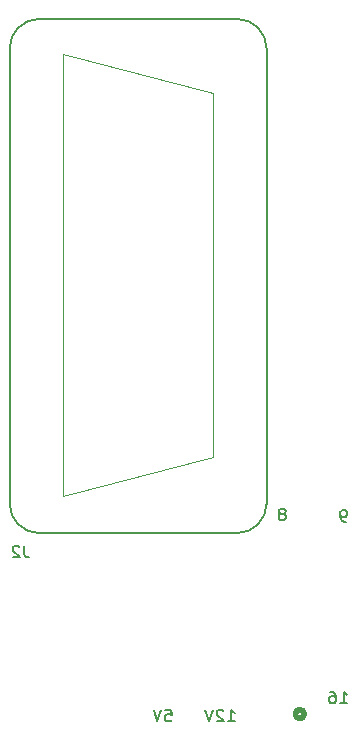
<source format=gbr>
%TF.GenerationSoftware,KiCad,Pcbnew,8.0.7*%
%TF.CreationDate,2025-07-29T20:25:38-07:00*%
%TF.ProjectId,V2.7-Connector-board,56322e37-2d43-46f6-9e6e-6563746f722d,rev?*%
%TF.SameCoordinates,Original*%
%TF.FileFunction,Legend,Bot*%
%TF.FilePolarity,Positive*%
%FSLAX46Y46*%
G04 Gerber Fmt 4.6, Leading zero omitted, Abs format (unit mm)*
G04 Created by KiCad (PCBNEW 8.0.7) date 2025-07-29 20:25:38*
%MOMM*%
%LPD*%
G01*
G04 APERTURE LIST*
%ADD10C,0.150000*%
%ADD11C,0.508000*%
%ADD12C,0.200000*%
%ADD13C,0.120000*%
G04 APERTURE END LIST*
D10*
X143125601Y-67814819D02*
X142935125Y-67814819D01*
X142935125Y-67814819D02*
X142839887Y-67767200D01*
X142839887Y-67767200D02*
X142792268Y-67719580D01*
X142792268Y-67719580D02*
X142697030Y-67576723D01*
X142697030Y-67576723D02*
X142649411Y-67386247D01*
X142649411Y-67386247D02*
X142649411Y-67005295D01*
X142649411Y-67005295D02*
X142697030Y-66910057D01*
X142697030Y-66910057D02*
X142744649Y-66862438D01*
X142744649Y-66862438D02*
X142839887Y-66814819D01*
X142839887Y-66814819D02*
X143030363Y-66814819D01*
X143030363Y-66814819D02*
X143125601Y-66862438D01*
X143125601Y-66862438D02*
X143173220Y-66910057D01*
X143173220Y-66910057D02*
X143220839Y-67005295D01*
X143220839Y-67005295D02*
X143220839Y-67243390D01*
X143220839Y-67243390D02*
X143173220Y-67338628D01*
X143173220Y-67338628D02*
X143125601Y-67386247D01*
X143125601Y-67386247D02*
X143030363Y-67433866D01*
X143030363Y-67433866D02*
X142839887Y-67433866D01*
X142839887Y-67433866D02*
X142744649Y-67386247D01*
X142744649Y-67386247D02*
X142697030Y-67338628D01*
X142697030Y-67338628D02*
X142649411Y-67243390D01*
X142649411Y-83181819D02*
X143220839Y-83181819D01*
X142935125Y-83181819D02*
X142935125Y-82181819D01*
X142935125Y-82181819D02*
X143030363Y-82324676D01*
X143030363Y-82324676D02*
X143125601Y-82419914D01*
X143125601Y-82419914D02*
X143220839Y-82467533D01*
X141792268Y-82181819D02*
X141982744Y-82181819D01*
X141982744Y-82181819D02*
X142077982Y-82229438D01*
X142077982Y-82229438D02*
X142125601Y-82277057D01*
X142125601Y-82277057D02*
X142220839Y-82419914D01*
X142220839Y-82419914D02*
X142268458Y-82610390D01*
X142268458Y-82610390D02*
X142268458Y-82991342D01*
X142268458Y-82991342D02*
X142220839Y-83086580D01*
X142220839Y-83086580D02*
X142173220Y-83134200D01*
X142173220Y-83134200D02*
X142077982Y-83181819D01*
X142077982Y-83181819D02*
X141887506Y-83181819D01*
X141887506Y-83181819D02*
X141792268Y-83134200D01*
X141792268Y-83134200D02*
X141744649Y-83086580D01*
X141744649Y-83086580D02*
X141697030Y-82991342D01*
X141697030Y-82991342D02*
X141697030Y-82753247D01*
X141697030Y-82753247D02*
X141744649Y-82658009D01*
X141744649Y-82658009D02*
X141792268Y-82610390D01*
X141792268Y-82610390D02*
X141887506Y-82562771D01*
X141887506Y-82562771D02*
X142077982Y-82562771D01*
X142077982Y-82562771D02*
X142173220Y-82610390D01*
X142173220Y-82610390D02*
X142220839Y-82658009D01*
X142220839Y-82658009D02*
X142268458Y-82753247D01*
X133124411Y-84705819D02*
X133695839Y-84705819D01*
X133410125Y-84705819D02*
X133410125Y-83705819D01*
X133410125Y-83705819D02*
X133505363Y-83848676D01*
X133505363Y-83848676D02*
X133600601Y-83943914D01*
X133600601Y-83943914D02*
X133695839Y-83991533D01*
X132743458Y-83801057D02*
X132695839Y-83753438D01*
X132695839Y-83753438D02*
X132600601Y-83705819D01*
X132600601Y-83705819D02*
X132362506Y-83705819D01*
X132362506Y-83705819D02*
X132267268Y-83753438D01*
X132267268Y-83753438D02*
X132219649Y-83801057D01*
X132219649Y-83801057D02*
X132172030Y-83896295D01*
X132172030Y-83896295D02*
X132172030Y-83991533D01*
X132172030Y-83991533D02*
X132219649Y-84134390D01*
X132219649Y-84134390D02*
X132791077Y-84705819D01*
X132791077Y-84705819D02*
X132172030Y-84705819D01*
X131886315Y-83705819D02*
X131552982Y-84705819D01*
X131552982Y-84705819D02*
X131219649Y-83705819D01*
X127838030Y-83705819D02*
X128314220Y-83705819D01*
X128314220Y-83705819D02*
X128361839Y-84182009D01*
X128361839Y-84182009D02*
X128314220Y-84134390D01*
X128314220Y-84134390D02*
X128218982Y-84086771D01*
X128218982Y-84086771D02*
X127980887Y-84086771D01*
X127980887Y-84086771D02*
X127885649Y-84134390D01*
X127885649Y-84134390D02*
X127838030Y-84182009D01*
X127838030Y-84182009D02*
X127790411Y-84277247D01*
X127790411Y-84277247D02*
X127790411Y-84515342D01*
X127790411Y-84515342D02*
X127838030Y-84610580D01*
X127838030Y-84610580D02*
X127885649Y-84658200D01*
X127885649Y-84658200D02*
X127980887Y-84705819D01*
X127980887Y-84705819D02*
X128218982Y-84705819D01*
X128218982Y-84705819D02*
X128314220Y-84658200D01*
X128314220Y-84658200D02*
X128361839Y-84610580D01*
X127504696Y-83705819D02*
X127171363Y-84705819D01*
X127171363Y-84705819D02*
X126838030Y-83705819D01*
X137823363Y-67116390D02*
X137918601Y-67068771D01*
X137918601Y-67068771D02*
X137966220Y-67021152D01*
X137966220Y-67021152D02*
X138013839Y-66925914D01*
X138013839Y-66925914D02*
X138013839Y-66878295D01*
X138013839Y-66878295D02*
X137966220Y-66783057D01*
X137966220Y-66783057D02*
X137918601Y-66735438D01*
X137918601Y-66735438D02*
X137823363Y-66687819D01*
X137823363Y-66687819D02*
X137632887Y-66687819D01*
X137632887Y-66687819D02*
X137537649Y-66735438D01*
X137537649Y-66735438D02*
X137490030Y-66783057D01*
X137490030Y-66783057D02*
X137442411Y-66878295D01*
X137442411Y-66878295D02*
X137442411Y-66925914D01*
X137442411Y-66925914D02*
X137490030Y-67021152D01*
X137490030Y-67021152D02*
X137537649Y-67068771D01*
X137537649Y-67068771D02*
X137632887Y-67116390D01*
X137632887Y-67116390D02*
X137823363Y-67116390D01*
X137823363Y-67116390D02*
X137918601Y-67164009D01*
X137918601Y-67164009D02*
X137966220Y-67211628D01*
X137966220Y-67211628D02*
X138013839Y-67306866D01*
X138013839Y-67306866D02*
X138013839Y-67497342D01*
X138013839Y-67497342D02*
X137966220Y-67592580D01*
X137966220Y-67592580D02*
X137918601Y-67640200D01*
X137918601Y-67640200D02*
X137823363Y-67687819D01*
X137823363Y-67687819D02*
X137632887Y-67687819D01*
X137632887Y-67687819D02*
X137537649Y-67640200D01*
X137537649Y-67640200D02*
X137490030Y-67592580D01*
X137490030Y-67592580D02*
X137442411Y-67497342D01*
X137442411Y-67497342D02*
X137442411Y-67306866D01*
X137442411Y-67306866D02*
X137490030Y-67211628D01*
X137490030Y-67211628D02*
X137537649Y-67164009D01*
X137537649Y-67164009D02*
X137632887Y-67116390D01*
X115903333Y-69812819D02*
X115903333Y-70527104D01*
X115903333Y-70527104D02*
X115950952Y-70669961D01*
X115950952Y-70669961D02*
X116046190Y-70765200D01*
X116046190Y-70765200D02*
X116189047Y-70812819D01*
X116189047Y-70812819D02*
X116284285Y-70812819D01*
X115474761Y-69908057D02*
X115427142Y-69860438D01*
X115427142Y-69860438D02*
X115331904Y-69812819D01*
X115331904Y-69812819D02*
X115093809Y-69812819D01*
X115093809Y-69812819D02*
X114998571Y-69860438D01*
X114998571Y-69860438D02*
X114950952Y-69908057D01*
X114950952Y-69908057D02*
X114903333Y-70003295D01*
X114903333Y-70003295D02*
X114903333Y-70098533D01*
X114903333Y-70098533D02*
X114950952Y-70241390D01*
X114950952Y-70241390D02*
X115522380Y-70812819D01*
X115522380Y-70812819D02*
X114903333Y-70812819D01*
D11*
%TO.C,J1*%
X139604999Y-84076301D02*
G75*
G02*
X138842999Y-84076301I-381000J0D01*
G01*
X138842999Y-84076301D02*
G75*
G02*
X139604999Y-84076301I381000J0D01*
G01*
D12*
%TO.C,J2*%
X114657134Y-27717280D02*
X114657134Y-66257280D01*
X117157134Y-68757280D02*
X133907134Y-68757280D01*
D13*
X119143780Y-65641160D02*
X119143780Y-28188160D01*
X131843780Y-31490160D02*
X119143780Y-28188160D01*
X131843780Y-31490160D02*
X131843780Y-62339160D01*
X131843780Y-62339160D02*
X119143780Y-65641160D01*
D12*
X133907134Y-25217280D02*
X117157134Y-25217280D01*
X136407134Y-66257280D02*
X136407134Y-27717280D01*
X114657134Y-27717280D02*
G75*
G02*
X117157134Y-25217280I2500000J0D01*
G01*
X117157134Y-68757280D02*
G75*
G02*
X114657140Y-66257280I66J2500060D01*
G01*
X133907134Y-25217280D02*
G75*
G02*
X136407134Y-27717280I0J-2500000D01*
G01*
X136407134Y-66257280D02*
G75*
G02*
X133907134Y-68757284I-2500074J70D01*
G01*
%TD*%
M02*

</source>
